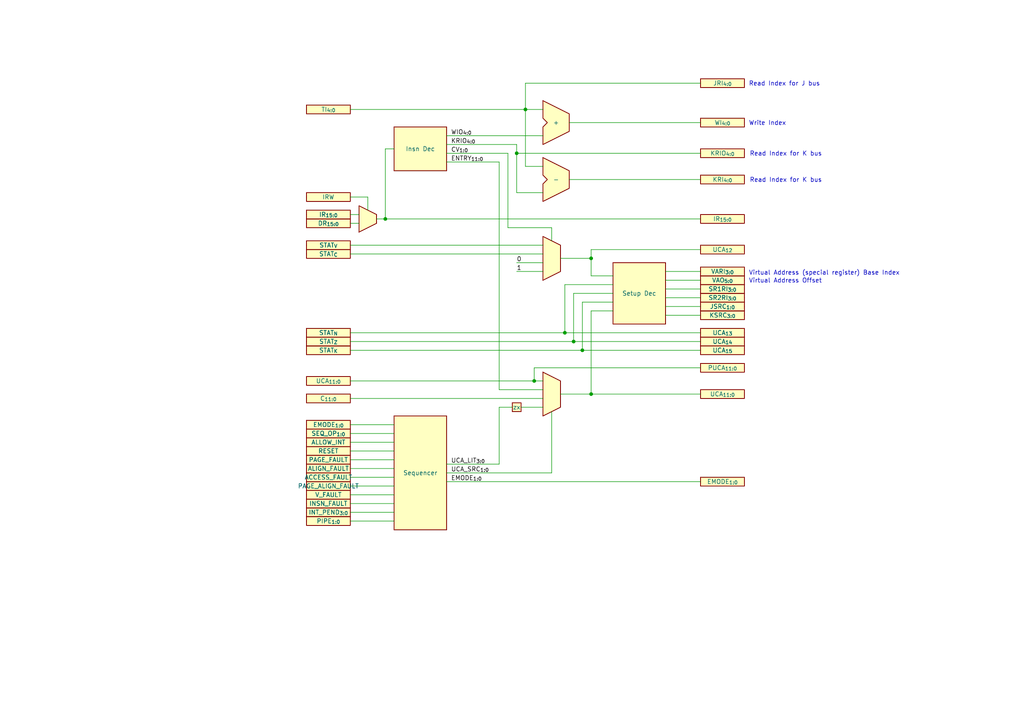
<source format=kicad_sch>
(kicad_sch (version 20231120) (generator "eeschema") (generator_version "8.0")
  (paper "A4")
  (lib_symbols
    (symbol "mux4_1"
      (symbol "mux4_1_1_1"
        (polyline (pts (xy -2.54 6.35) (xy -2.54 -6.35) (xy 2.54 -3.81) (xy 2.54 3.81) (xy -2.54 6.35)) (stroke (width 0.254)) (fill (type background)))
        (pin input line (at -2.54 -3.81 0) (length 0) (name "") (number ""))
        (pin input line (at -2.54 -1.27 0) (length 0) (name "") (number ""))
        (pin input line (at -2.54 1.27 0) (length 0) (name "") (number ""))
        (pin input line (at -2.54 3.81 0) (length 0) (name "") (number ""))
        (pin input line (at 0 -5.08 90) (length 0) (name "") (number ""))
        (pin output line (at 2.54 0 180) (length 0) (name "") (number ""))
      )
    )
    (symbol "symbols:adder"
      (property "Value" "+" (at 0 0 0))
      (symbol "adder_1_1"
        (polyline (pts (xy -3.81 6.35) (xy -3.81 1.27) (xy -2.54 0) (xy -3.81 -1.27) (xy -3.81 -6.35) (xy 3.81 -2.54) (xy 3.81 2.54) (xy -3.81 6.35)) (stroke (width 0.254)) (fill (type background)))
        (pin input line (at -3.81 -3.81 0) (length 0) (name "") (number ""))
        (pin input line (at -3.81 3.81 0) (length 0) (name "") (number ""))
        (pin output line (at 3.81 0 180) (length 0) (name "") (number ""))
      )
    )
    (symbol "symbols:map12_3"
      (property "Value" "map" (at 0 0 0))
      (symbol "map12_3_1_1"
        (rectangle (start -7.62 16.51) (end 7.62 -16.51) (stroke (width 0.254)) (fill (type background)))
        (pin input line (at -7.62 -13.97 0) (length 0) (name "") (number ""))
        (pin input line (at -7.62 -11.43 0) (length 0) (name "") (number ""))
        (pin input line (at -7.62 -8.89 0) (length 0) (name "") (number ""))
        (pin input line (at -7.62 -6.35 0) (length 0) (name "") (number ""))
        (pin input line (at -7.62 -3.81 0) (length 0) (name "") (number ""))
        (pin input line (at -7.62 -1.27 0) (length 0) (name "") (number ""))
        (pin input line (at -7.62 1.27 0) (length 0) (name "") (number ""))
        (pin input line (at -7.62 3.81 0) (length 0) (name "") (number ""))
        (pin input line (at -7.62 6.35 0) (length 0) (name "") (number ""))
        (pin input line (at -7.62 8.89 0) (length 0) (name "") (number ""))
        (pin input line (at -7.62 11.43 0) (length 0) (name "") (number ""))
        (pin input line (at -7.62 13.97 0) (length 0) (name "") (number ""))
        (pin output line (at 7.62 -2.54 180) (length 0) (name "") (number ""))
        (pin output line (at 7.62 0 180) (length 0) (name "") (number ""))
        (pin output line (at 7.62 2.54 180) (length 0) (name "") (number ""))
      )
    )
    (symbol "symbols:map1_4"
      (property "Value" "map" (at 0 0 0))
      (symbol "map1_4_1_1"
        (rectangle (start -7.62 6.35) (end 7.62 -6.35) (stroke (width 0.254)) (fill (type background)))
        (pin input line (at -7.62 0 0) (length 0) (name "") (number ""))
        (pin output line (at 7.62 -3.81 180) (length 0) (name "") (number ""))
        (pin output line (at 7.62 -1.27 180) (length 0) (name "") (number ""))
        (pin output line (at 7.62 1.27 180) (length 0) (name "") (number ""))
        (pin output line (at 7.62 3.81 180) (length 0) (name "") (number ""))
      )
    )
    (symbol "symbols:map5_6"
      (property "Value" "map" (at 0 0 0))
      (symbol "map5_6_1_1"
        (rectangle (start -7.62 8.89) (end 7.62 -8.89) (stroke (width 0.254)) (fill (type background)))
        (pin input line (at -7.62 -5.08 0) (length 0) (name "") (number ""))
        (pin input line (at -7.62 -2.54 0) (length 0) (name "") (number ""))
        (pin input line (at -7.62 0 0) (length 0) (name "") (number ""))
        (pin input line (at -7.62 2.54 0) (length 0) (name "") (number ""))
        (pin input line (at -7.62 5.08 0) (length 0) (name "") (number ""))
        (pin output line (at 7.62 -6.35 180) (length 0) (name "") (number ""))
        (pin output line (at 7.62 -3.81 180) (length 0) (name "") (number ""))
        (pin output line (at 7.62 -1.27 180) (length 0) (name "") (number ""))
        (pin output line (at 7.62 1.27 180) (length 0) (name "") (number ""))
        (pin output line (at 7.62 3.81 180) (length 0) (name "") (number ""))
        (pin output line (at 7.62 6.35 180) (length 0) (name "") (number ""))
      )
    )
    (symbol "symbols:mux2"
      (symbol "mux2_1_1"
        (polyline (pts (xy -2.54 3.81) (xy -2.54 -3.81) (xy 2.54 -1.27) (xy 2.54 1.27) (xy -2.54 3.81)) (stroke (width 0.254)) (fill (type background)))
        (pin input line (at -2.54 -1.27 0) (length 0) (name "") (number ""))
        (pin input line (at -2.54 1.27 0) (length 0) (name "") (number ""))
        (pin input line (at 0 -2.54 90) (length 0) (name "") (number ""))
        (pin output line (at 2.54 0 180) (length 0) (name "") (number ""))
      )
    )
    (symbol "symbols:mux4"
      (symbol "mux4_1_1"
        (polyline (pts (xy -2.54 6.35) (xy -2.54 -6.35) (xy 2.54 -3.81) (xy 2.54 3.81) (xy -2.54 6.35)) (stroke (width 0.254)) (fill (type background)))
        (pin input line (at -2.54 -3.81 0) (length 0) (name "") (number ""))
        (pin input line (at -2.54 -1.27 0) (length 0) (name "") (number ""))
        (pin input line (at -2.54 1.27 0) (length 0) (name "") (number ""))
        (pin input line (at -2.54 3.81 0) (length 0) (name "") (number ""))
        (pin input line (at 0 -5.08 90) (length 0) (name "") (number ""))
        (pin output line (at 2.54 0 180) (length 0) (name "") (number ""))
      )
    )
    (symbol "symbols:reg_thin"
      (property "Value" "reg" (at 0 0 0))
      (symbol "reg_thin_1_1"
        (rectangle (start -6.35 1.27) (end 6.35 -1.27) (stroke (width 0.254)) (fill (type background)))
        (pin input line (at -6.35 0 0) (length 0) (name "") (number ""))
        (pin output line (at 6.35 0 180) (length 0) (name "") (number ""))
      )
    )
    (symbol "symbols:zx"
      (property "Value" "zx" (at 0 0 0))
      (symbol "zx_1_1"
        (rectangle (start -1.27 1.27) (end 1.27 -1.27) (stroke (width 0.254)) (fill (type background)))
        (pin input line (at -1.27 0 0) (length 0) (name "") (number ""))
        (pin output line (at 1.27 0 180) (length 0) (name "") (number ""))
      )
    )
  )
  (junction (at 171.45 114.3))
  (junction (at 168.91 101.6))
  (junction (at 171.45 74.93))
  (junction (at 163.83 96.52))
  (junction (at 166.37 99.06))
  (junction (at 149.86 44.45))
  (junction (at 111.76 63.5))
  (junction (at 152.4 31.75))
  (junction (at 154.94 110.49))
  (wire (pts (xy 101.6 148.59) (xy 114.3 148.59)))
  (wire (pts (xy 101.6 138.43) (xy 114.3 138.43)))
  (wire (pts (xy 101.6 130.81) (xy 114.3 130.81)))
  (wire (pts (xy 101.6 57.15) (xy 106.68 57.15)))
  (wire (pts (xy 154.94 106.68) (xy 203.2 106.68)))
  (wire (pts (xy 152.4 31.75) (xy 157.48 31.75)))
  (wire (pts (xy 101.6 133.35) (xy 114.3 133.35)))
  (wire (pts (xy 129.54 137.16) (xy 160.02 137.16)))
  (wire (pts (xy 177.8 85.09) (xy 166.37 85.09)))
  (wire (pts (xy 193.04 83.82) (xy 203.2 83.82)))
  (wire (pts (xy 193.04 88.9) (xy 203.2 88.9)))
  (wire (pts (xy 101.6 110.49) (xy 154.94 110.49)))
  (wire (pts (xy 144.78 134.62) (xy 144.78 118.11)))
  (wire (pts (xy 149.86 41.91) (xy 149.86 44.45)))
  (wire (pts (xy 193.04 78.74) (xy 203.2 78.74)))
  (wire (pts (xy 152.4 31.75) (xy 152.4 48.26)))
  (wire (pts (xy 166.37 99.06) (xy 203.2 99.06)))
  (wire (pts (xy 171.45 80.01) (xy 177.8 80.01)))
  (wire (pts (xy 129.54 139.7) (xy 203.2 139.7)))
  (wire (pts (xy 111.76 43.18) (xy 111.76 63.5)))
  (wire (pts (xy 193.04 86.36) (xy 203.2 86.36)))
  (wire (pts (xy 129.54 41.91) (xy 149.86 41.91)))
  (wire (pts (xy 101.6 146.05) (xy 114.3 146.05)))
  (wire (pts (xy 171.45 114.3) (xy 203.2 114.3)))
  (wire (pts (xy 168.91 87.63) (xy 168.91 101.6)))
  (wire (pts (xy 147.32 44.45) (xy 147.32 66.04)))
  (wire (pts (xy 149.86 55.88) (xy 157.48 55.88)))
  (wire (pts (xy 149.86 76.2) (xy 157.48 76.2)))
  (wire (pts (xy 101.6 123.19) (xy 114.3 123.19)))
  (wire (pts (xy 101.6 125.73) (xy 114.3 125.73)))
  (wire (pts (xy 101.6 128.27) (xy 114.3 128.27)))
  (wire (pts (xy 152.4 24.13) (xy 203.2 24.13)))
  (wire (pts (xy 144.78 118.11) (xy 148.59 118.11)))
  (wire (pts (xy 101.6 143.51) (xy 114.3 143.51)))
  (wire (pts (xy 101.6 62.23) (xy 104.14 62.23)))
  (wire (pts (xy 171.45 72.39) (xy 203.2 72.39)))
  (wire (pts (xy 193.04 81.28) (xy 203.2 81.28)))
  (wire (pts (xy 149.86 44.45) (xy 149.86 55.88)))
  (wire (pts (xy 149.86 78.74) (xy 157.48 78.74)))
  (wire (pts (xy 129.54 134.62) (xy 144.78 134.62)))
  (wire (pts (xy 101.6 73.66) (xy 157.48 73.66)))
  (wire (pts (xy 162.56 74.93) (xy 171.45 74.93)))
  (wire (pts (xy 160.02 66.04) (xy 147.32 66.04)))
  (wire (pts (xy 101.6 151.13) (xy 114.3 151.13)))
  (wire (pts (xy 101.6 96.52) (xy 163.83 96.52)))
  (wire (pts (xy 144.78 46.99) (xy 144.78 113.03)))
  (wire (pts (xy 152.4 24.13) (xy 152.4 31.75)))
  (wire (pts (xy 171.45 74.93) (xy 171.45 80.01)))
  (wire (pts (xy 177.8 87.63) (xy 168.91 87.63)))
  (wire (pts (xy 154.94 110.49) (xy 154.94 106.68)))
  (wire (pts (xy 154.94 110.49) (xy 157.48 110.49)))
  (wire (pts (xy 151.13 118.11) (xy 157.48 118.11)))
  (wire (pts (xy 171.45 90.17) (xy 177.8 90.17)))
  (wire (pts (xy 101.6 31.75) (xy 152.4 31.75)))
  (wire (pts (xy 101.6 64.77) (xy 104.14 64.77)))
  (wire (pts (xy 101.6 135.89) (xy 114.3 135.89)))
  (wire (pts (xy 162.56 114.3) (xy 171.45 114.3)))
  (wire (pts (xy 165.1 52.07) (xy 203.2 52.07)))
  (wire (pts (xy 101.6 101.6) (xy 168.91 101.6)))
  (wire (pts (xy 129.54 39.37) (xy 157.48 39.37)))
  (wire (pts (xy 168.91 101.6) (xy 203.2 101.6)))
  (wire (pts (xy 101.6 140.97) (xy 114.3 140.97)))
  (wire (pts (xy 111.76 63.5) (xy 203.2 63.5)))
  (wire (pts (xy 111.76 43.18) (xy 114.3 43.18)))
  (wire (pts (xy 166.37 85.09) (xy 166.37 99.06)))
  (wire (pts (xy 149.86 44.45) (xy 203.2 44.45)))
  (wire (pts (xy 144.78 113.03) (xy 157.48 113.03)))
  (wire (pts (xy 101.6 71.12) (xy 157.48 71.12)))
  (wire (pts (xy 177.8 82.55) (xy 163.83 82.55)))
  (wire (pts (xy 101.6 115.57) (xy 157.48 115.57)))
  (wire (pts (xy 109.22 63.5) (xy 111.76 63.5)))
  (wire (pts (xy 193.04 91.44) (xy 203.2 91.44)))
  (wire (pts (xy 129.54 46.99) (xy 144.78 46.99)))
  (wire (pts (xy 106.68 57.15) (xy 106.68 60.96)))
  (wire (pts (xy 101.6 99.06) (xy 166.37 99.06)))
  (wire (pts (xy 160.02 69.85) (xy 160.02 66.04)))
  (wire (pts (xy 163.83 82.55) (xy 163.83 96.52)))
  (wire (pts (xy 157.48 48.26) (xy 152.4 48.26)))
  (wire (pts (xy 165.1 35.56) (xy 203.2 35.56)))
  (wire (pts (xy 129.54 44.45) (xy 147.32 44.45)))
  (wire (pts (xy 160.02 119.38) (xy 160.02 137.16)))
  (wire (pts (xy 171.45 90.17) (xy 171.45 114.3)))
  (wire (pts (xy 171.45 72.39) (xy 171.45 74.93)))
  (wire (pts (xy 163.83 96.52) (xy 203.2 96.52)))
  (text "Read Index for K bus" (at 217.424 44.704 0) (effects (font (size 1.27 1.27)) (justify left)))
  (text "Read Index for K bus" (at 217.424 52.324 0) (effects (font (size 1.27 1.27)) (justify left)))
  (text "Read Index for J bus" (at 217.17 24.384 0) (effects (font (size 1.27 1.27)) (justify left)))
  (text "Write Index" (at 217.17 35.814 0) (effects (font (size 1.27 1.27)) (justify left)))
  (text "Virtual Address (special register) Base Index" (at 217.17 79.248 0) (effects (font (size 1.27 1.27)) (justify left)))
  (text "Virtual Address Offset" (at 217.17 81.534 0) (effects (font (size 1.27 1.27)) (justify left)))
  (label "1" (at 149.86 78.74 0))
  (label "EMODE_{1:0}" (at 130.81 139.7 0))
  (label "KRIO_{4:0}" (at 130.81 41.91 0))
  (label "UCA_SRC_{1:0}" (at 130.81 137.16 0))
  (label "UCA_LIT_{3:0}" (at 130.81 134.62 0))
  (label "0" (at 149.86 76.2 0))
  (label "WIO_{4:0}" (at 130.81 39.37 0))
  (label "ENTRY_{11:0}" (at 130.81 46.99 0))
  (label "CV_{1:0}" (at 130.81 44.45 0))
  (symbol (lib_name "symbols:reg_thin") (lib_id "symbols:reg_thin") (at 209.55 106.68 0) (unit 1)
    (property "Reference" "U343" (effects (hide yes)))
    (property "Value" "PUCA_{11:0}" (at 209.55 106.68 0))
  )
  (symbol (lib_name "symbols:reg_thin") (lib_id "symbols:reg_thin") (at 209.55 81.28 0) (unit 1)
    (property "Reference" "U27" (effects (hide yes)))
    (property "Value" "VAO_{5:0}" (at 209.55 81.28 0))
  )
  (symbol (lib_name "symbols:reg_thin") (lib_id "symbols:reg_thin") (at 95.25 135.89 0) (unit 1)
    (property "Reference" "U16" (effects (hide yes)))
    (property "Value" "ALIGN_FAULT" (at 95.25 135.89 0))
  )
  (symbol (lib_name "symbols:reg_thin") (lib_id "symbols:reg_thin") (at 95.25 138.43 0) (unit 1)
    (property "Reference" "U17" (effects (hide yes)))
    (property "Value" "ACCESS_FAULT" (at 95.25 138.43 0))
  )
  (symbol (lib_name "symbols:reg_thin") (lib_id "symbols:reg_thin") (at 209.55 52.07 0) (unit 1)
    (property "Reference" "U10" (effects (hide yes)))
    (property "Value" "KRI_{4:0}" (at 209.55 52.07 0))
  )
  (symbol (lib_name "symbols:reg_thin") (lib_id "symbols:reg_thin") (at 209.55 78.74 0) (unit 1)
    (property "Reference" "U29" (effects (hide yes)))
    (property "Value" "VARI_{3:0}" (at 209.55 78.74 0))
  )
  (symbol (lib_id "symbols:map1_4") (at 121.92 43.18 0) (unit 1)
    (property "Reference" "U9" (effects (hide yes)))
    (property "Value" "Insn Dec" (at 121.92 43.18 0))
  )
  (symbol (lib_name "symbols:reg_thin") (lib_id "symbols:reg_thin") (at 95.25 71.12 0) (unit 1)
    (property "Reference" "U36" (effects (hide yes)))
    (property "Value" "STAT_{V}" (at 95.25 71.12 0))
  )
  (symbol (lib_name "symbols:reg_thin") (lib_id "symbols:reg_thin") (at 95.25 31.75 0) (unit 1)
    (property "Reference" "U23" (effects (hide yes)))
    (property "Value" "TI_{4:0}" (at 95.25 31.75 0))
  )
  (symbol (lib_name "symbols:reg_thin") (lib_id "symbols:reg_thin") (at 95.25 140.97 0) (unit 1)
    (property "Reference" "U18" (effects (hide yes)))
    (property "Value" "PAGE_ALIGN_FAULT" (at 95.25 140.97 0))
  )
  (symbol (lib_id "symbols:map12_3") (at 121.92 137.16 0) (unit 1)
    (property "Reference" "U464" (effects (hide yes)))
    (property "Value" "Sequencer" (at 121.92 137.16 0))
  )
  (symbol (lib_name "symbols:adder") (lib_id "symbols:adder") (at 161.29 52.07 0) (unit 1)
    (property "Reference" "U13" (effects (hide yes)))
    (property "Value" "-" (at 161.29 52.07 0))
  )
  (symbol (lib_name "symbols:reg_thin") (lib_id "symbols:reg_thin") (at 95.25 73.66 0) (unit 1)
    (property "Reference" "U37" (effects (hide yes)))
    (property "Value" "STAT_{C}" (at 95.25 73.66 0))
  )
  (symbol (lib_id "symbols:zx") (at 149.86 118.11 0) (unit 1)
    (property "Reference" "U24" (effects (hide yes)))
    (property "Value" "zx" (at 149.86 118.11 0))
  )
  (symbol (lib_name "symbols:reg_thin") (lib_id "symbols:reg_thin") (at 95.25 64.77 0) (unit 1)
    (property "Reference" "U505" (effects (hide yes)))
    (property "Value" "DR_{15:0}" (at 95.25 64.77 0))
  )
  (symbol (lib_name "symbols:reg_thin") (lib_id "symbols:reg_thin") (at 95.25 146.05 0) (unit 1)
    (property "Reference" "U20" (effects (hide yes)))
    (property "Value" "INSN_FAULT" (at 95.25 146.05 0))
  )
  (symbol (lib_name "symbols:reg_thin") (lib_id "symbols:reg_thin") (at 95.25 57.15 0) (unit 1)
    (property "Reference" "U507" (effects (hide yes)))
    (property "Value" "IRW" (at 95.25 57.15 0))
  )
  (symbol (lib_name "symbols:reg_thin") (lib_id "symbols:reg_thin") (at 209.55 88.9 0) (unit 1)
    (property "Reference" "U32" (effects (hide yes)))
    (property "Value" "JSRC_{1:0}" (at 209.55 88.9 0))
  )
  (symbol (lib_name "mux4_1") (lib_id "symbols:mux4") (at 160.02 74.93 0) (mirror x) (unit 1)
    (property "Reference" "U181" (effects (hide yes)))
  )
  (symbol (lib_name "symbols:reg_thin") (lib_id "symbols:reg_thin") (at 209.55 72.39 0) (unit 1)
    (property "Reference" "U34" (effects (hide yes)))
    (property "Value" "UCA_{12}" (at 209.55 72.39 0))
  )
  (symbol (lib_name "symbols:reg_thin") (lib_id "symbols:reg_thin") (at 209.55 24.13 0) (unit 1)
    (property "Reference" "U7" (effects (hide yes)))
    (property "Value" "JRI_{4:0}" (at 209.55 24.13 0))
  )
  (symbol (lib_name "symbols:reg_thin") (lib_id "symbols:reg_thin") (at 95.25 101.6 0) (unit 1)
    (property "Reference" "U40" (effects (hide yes)))
    (property "Value" "STAT_{K}" (at 95.25 101.6 0))
  )
  (symbol (lib_name "symbols:reg_thin") (lib_id "symbols:reg_thin") (at 209.55 83.82 0) (unit 1)
    (property "Reference" "U31" (effects (hide yes)))
    (property "Value" "SR1RI_{3:0}" (at 209.55 83.82 0))
  )
  (symbol (lib_name "symbols:reg_thin") (lib_id "symbols:reg_thin") (at 95.25 99.06 0) (unit 1)
    (property "Reference" "U39" (effects (hide yes)))
    (property "Value" "STAT_{Z}" (at 95.25 99.06 0))
  )
  (symbol (lib_name "symbols:reg_thin") (lib_id "symbols:reg_thin") (at 209.55 91.44 0) (unit 1)
    (property "Reference" "U33" (effects (hide yes)))
    (property "Value" "KSRC_{3:0}" (at 209.55 91.44 0))
  )
  (symbol (lib_name "symbols:reg_thin") (lib_id "symbols:reg_thin") (at 209.55 44.45 0) (unit 1)
    (property "Reference" "U174" (effects (hide yes)))
    (property "Value" "KRIO_{4:0}" (at 209.55 44.45 0))
  )
  (symbol (lib_name "symbols:reg_thin") (lib_id "symbols:reg_thin") (at 209.55 63.5 0) (unit 1)
    (property "Reference" "U252" (effects (hide yes)))
    (property "Value" "IR_{15:0}" (at 209.55 63.5 0))
  )
  (symbol (lib_name "symbols:reg_thin") (lib_id "symbols:reg_thin") (at 95.25 148.59 0) (unit 1)
    (property "Reference" "U22" (effects (hide yes)))
    (property "Value" "INT_PEND_{3:0}" (at 95.25 148.59 0))
  )
  (symbol (lib_id "symbols:map5_6") (at 185.42 85.09 0) (unit 1)
    (property "Reference" "U196" (effects (hide yes)))
    (property "Value" "Setup Dec" (at 185.42 85.09 0))
  )
  (symbol (lib_name "symbols:adder") (lib_id "symbols:adder") (at 161.29 35.56 0) (unit 1)
    (property "Reference" "U6" (effects (hide yes)))
    (property "Value" "+" (at 161.29 35.56 0))
  )
  (symbol (lib_name "symbols:reg_thin") (lib_id "symbols:reg_thin") (at 209.55 35.56 0) (unit 1)
    (property "Reference" "U5" (effects (hide yes)))
    (property "Value" "WI_{4:0}" (at 209.55 35.56 0))
  )
  (symbol (lib_name "symbols:reg_thin") (lib_id "symbols:reg_thin") (at 95.25 123.19 0) (unit 1)
    (property "Reference" "U2" (effects (hide yes)))
    (property "Value" "EMODE_{1:0}" (at 95.25 123.19 0))
  )
  (symbol (lib_name "symbols:reg_thin") (lib_id "symbols:reg_thin") (at 209.55 101.6 0) (unit 1)
    (property "Reference" "U42" (effects (hide yes)))
    (property "Value" "UCA_{15}" (at 209.55 101.6 0))
  )
  (symbol (lib_name "symbols:reg_thin") (lib_id "symbols:reg_thin") (at 95.25 96.52 0) (unit 1)
    (property "Reference" "U38" (effects (hide yes)))
    (property "Value" "STAT_{N}" (at 95.25 96.52 0))
  )
  (symbol (lib_id "symbols:reg_thin") (at 95.25 110.49 0) (unit 1)
    (property "Reference" "U25" (effects (hide yes)))
    (property "Value" "UCA_{11:0}" (at 95.25 110.49 0))
  )
  (symbol (lib_name "symbols:reg_thin") (lib_id "symbols:reg_thin") (at 95.25 151.13 0) (unit 1)
    (property "Reference" "U463" (effects (hide yes)))
    (property "Value" "PIPE_{1:0}" (at 95.25 151.13 0))
  )
  (symbol (lib_name "symbols:reg_thin") (lib_id "symbols:reg_thin") (at 95.25 143.51 0) (unit 1)
    (property "Reference" "U19" (effects (hide yes)))
    (property "Value" "V_FAULT" (at 95.25 143.51 0))
  )
  (symbol (lib_name "symbols:reg_thin") (lib_id "symbols:reg_thin") (at 95.25 128.27 0) (unit 1)
    (property "Reference" "U4" (effects (hide yes)))
    (property "Value" "ALLOW_INT" (at 95.25 128.27 0))
  )
  (symbol (lib_name "symbols:reg_thin") (lib_id "symbols:reg_thin") (at 209.55 139.7 0) (unit 1)
    (property "Reference" "U14" (effects (hide yes)))
    (property "Value" "EMODE_{1:0}" (at 209.55 139.7 0))
  )
  (symbol (lib_id "symbols:mux4") (at 160.02 114.3 0) (unit 1)
    (property "Reference" "U11" (effects (hide yes)))
  )
  (symbol (lib_name "symbols:reg_thin") (lib_id "symbols:reg_thin") (at 95.25 125.73 0) (unit 1)
    (property "Reference" "U3" (effects (hide yes)))
    (property "Value" "SEQ_OP_{1:0}" (at 95.25 125.73 0))
  )
  (symbol (lib_name "symbols:reg_thin") (lib_id "symbols:reg_thin") (at 95.25 62.23 0) (unit 1)
    (property "Reference" "U21" (effects (hide yes)))
    (property "Value" "IR_{15:0}" (at 95.25 62.23 0))
  )
  (symbol (lib_id "symbols:mux2") (at 106.68 63.5 0) (mirror x) (unit 1)
    (property "Reference" "U501" (effects (hide yes)))
  )
  (symbol (lib_name "symbols:reg_thin") (lib_id "symbols:reg_thin") (at 209.55 96.52 0) (unit 1)
    (property "Reference" "U41" (effects (hide yes)))
    (property "Value" "UCA_{13}" (at 209.55 96.52 0))
  )
  (symbol (lib_name "symbols:reg_thin") (lib_id "symbols:reg_thin") (at 95.25 130.81 0) (unit 1)
    (property "Reference" "U8" (effects (hide yes)))
    (property "Value" "RESET" (at 95.25 130.81 0))
  )
  (symbol (lib_id "symbols:reg_thin") (at 95.25 115.57 0) (unit 1)
    (property "Reference" "U26" (effects (hide yes)))
    (property "Value" "C_{11:0}" (at 95.25 115.57 0))
  )
  (symbol (lib_name "symbols:reg_thin") (lib_id "symbols:reg_thin") (at 95.25 133.35 0) (unit 1)
    (property "Reference" "U12" (effects (hide yes)))
    (property "Value" "PAGE_FAULT" (at 95.25 133.35 0))
  )
  (symbol (lib_name "symbols:reg_thin") (lib_id "symbols:reg_thin") (at 209.55 99.06 0) (unit 1)
    (property "Reference" "U43" (effects (hide yes)))
    (property "Value" "UCA_{14}" (at 209.55 99.06 0))
  )
  (symbol (lib_id "symbols:reg_thin") (at 209.55 114.3 0) (unit 1)
    (property "Reference" "U28" (effects (hide yes)))
    (property "Value" "UCA_{11:0}" (at 209.55 114.3 0))
  )
  (symbol (lib_name "symbols:reg_thin") (lib_id "symbols:reg_thin") (at 209.55 86.36 0) (unit 1)
    (property "Reference" "U65" (effects (hide yes)))
    (property "Value" "SR2RI_{3:0}" (at 209.55 86.36 0))
  )
)
</source>
